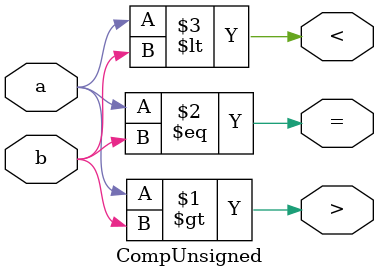
<source format=v>
module CompUnsigned #(
    parameter Bits = 1
)
(
    input [(Bits -1):0] a,
    input [(Bits -1):0] b,
    output \> ,
    output \= ,
    output \<
);
    assign \> = a > b;
    assign \= = a == b;
    assign \< = a < b;
endmodule 

</source>
